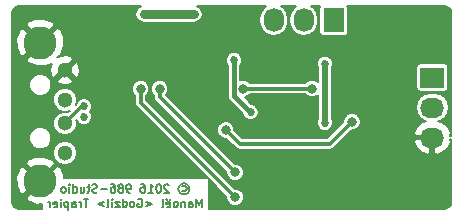
<source format=gbl>
G04 #@! TF.FileFunction,Copper,L2,Bot,Signal*
%FSLAX46Y46*%
G04 Gerber Fmt 4.6, Leading zero omitted, Abs format (unit mm)*
G04 Created by KiCad (PCBNEW (2016-07-14 BZR 6980)-product) date Sunday, 23 April 2017 'PMt' 23:35:07*
%MOMM*%
%LPD*%
G01*
G04 APERTURE LIST*
%ADD10C,0.150000*%
%ADD11C,0.175000*%
%ADD12R,1.727200X2.032000*%
%ADD13O,1.727200X2.032000*%
%ADD14R,2.032000X1.727200*%
%ADD15O,2.032000X1.727200*%
%ADD16C,1.300000*%
%ADD17C,2.800000*%
%ADD18C,0.685800*%
%ADD19C,0.800000*%
%ADD20C,0.400000*%
%ADD21C,0.800000*%
%ADD22C,0.300000*%
%ADD23C,0.500000*%
%ADD24C,0.180000*%
G04 APERTURE END LIST*
D10*
D11*
X162816666Y-95670833D02*
X162883333Y-95637500D01*
X163016666Y-95637500D01*
X163083333Y-95670833D01*
X163150000Y-95737500D01*
X163183333Y-95804166D01*
X163183333Y-95937500D01*
X163150000Y-96004166D01*
X163083333Y-96070833D01*
X163016666Y-96104166D01*
X162883333Y-96104166D01*
X162816666Y-96070833D01*
X162950000Y-95404166D02*
X163116666Y-95437500D01*
X163283333Y-95537500D01*
X163383333Y-95704166D01*
X163416666Y-95870833D01*
X163383333Y-96037500D01*
X163283333Y-96204166D01*
X163116666Y-96304166D01*
X162950000Y-96337500D01*
X162783333Y-96304166D01*
X162616666Y-96204166D01*
X162516666Y-96037500D01*
X162483333Y-95870833D01*
X162516666Y-95704166D01*
X162616666Y-95537500D01*
X162783333Y-95437500D01*
X162950000Y-95404166D01*
X161683333Y-95570833D02*
X161650000Y-95537500D01*
X161583333Y-95504166D01*
X161416666Y-95504166D01*
X161350000Y-95537500D01*
X161316666Y-95570833D01*
X161283333Y-95637500D01*
X161283333Y-95704166D01*
X161316666Y-95804166D01*
X161716666Y-96204166D01*
X161283333Y-96204166D01*
X160850000Y-95504166D02*
X160783333Y-95504166D01*
X160716666Y-95537500D01*
X160683333Y-95570833D01*
X160650000Y-95637500D01*
X160616666Y-95770833D01*
X160616666Y-95937500D01*
X160650000Y-96070833D01*
X160683333Y-96137500D01*
X160716666Y-96170833D01*
X160783333Y-96204166D01*
X160850000Y-96204166D01*
X160916666Y-96170833D01*
X160950000Y-96137500D01*
X160983333Y-96070833D01*
X161016666Y-95937500D01*
X161016666Y-95770833D01*
X160983333Y-95637500D01*
X160950000Y-95570833D01*
X160916666Y-95537500D01*
X160850000Y-95504166D01*
X159950000Y-96204166D02*
X160350000Y-96204166D01*
X160150000Y-96204166D02*
X160150000Y-95504166D01*
X160216666Y-95604166D01*
X160283333Y-95670833D01*
X160350000Y-95704166D01*
X159350000Y-95504166D02*
X159483333Y-95504166D01*
X159550000Y-95537500D01*
X159583333Y-95570833D01*
X159650000Y-95670833D01*
X159683333Y-95804166D01*
X159683333Y-96070833D01*
X159650000Y-96137500D01*
X159616666Y-96170833D01*
X159550000Y-96204166D01*
X159416666Y-96204166D01*
X159350000Y-96170833D01*
X159316666Y-96137500D01*
X159283333Y-96070833D01*
X159283333Y-95904166D01*
X159316666Y-95837500D01*
X159350000Y-95804166D01*
X159416666Y-95770833D01*
X159550000Y-95770833D01*
X159616666Y-95804166D01*
X159650000Y-95837500D01*
X159683333Y-95904166D01*
X158416666Y-96204166D02*
X158283333Y-96204166D01*
X158216666Y-96170833D01*
X158183333Y-96137500D01*
X158116666Y-96037500D01*
X158083333Y-95904166D01*
X158083333Y-95637500D01*
X158116666Y-95570833D01*
X158150000Y-95537500D01*
X158216666Y-95504166D01*
X158350000Y-95504166D01*
X158416666Y-95537500D01*
X158450000Y-95570833D01*
X158483333Y-95637500D01*
X158483333Y-95804166D01*
X158450000Y-95870833D01*
X158416666Y-95904166D01*
X158350000Y-95937500D01*
X158216666Y-95937500D01*
X158150000Y-95904166D01*
X158116666Y-95870833D01*
X158083333Y-95804166D01*
X157683333Y-95804166D02*
X157750000Y-95770833D01*
X157783333Y-95737500D01*
X157816666Y-95670833D01*
X157816666Y-95637500D01*
X157783333Y-95570833D01*
X157750000Y-95537500D01*
X157683333Y-95504166D01*
X157550000Y-95504166D01*
X157483333Y-95537500D01*
X157450000Y-95570833D01*
X157416666Y-95637500D01*
X157416666Y-95670833D01*
X157450000Y-95737500D01*
X157483333Y-95770833D01*
X157550000Y-95804166D01*
X157683333Y-95804166D01*
X157750000Y-95837500D01*
X157783333Y-95870833D01*
X157816666Y-95937500D01*
X157816666Y-96070833D01*
X157783333Y-96137500D01*
X157750000Y-96170833D01*
X157683333Y-96204166D01*
X157550000Y-96204166D01*
X157483333Y-96170833D01*
X157450000Y-96137500D01*
X157416666Y-96070833D01*
X157416666Y-95937500D01*
X157450000Y-95870833D01*
X157483333Y-95837500D01*
X157550000Y-95804166D01*
X156816666Y-95504166D02*
X156950000Y-95504166D01*
X157016666Y-95537500D01*
X157050000Y-95570833D01*
X157116666Y-95670833D01*
X157150000Y-95804166D01*
X157150000Y-96070833D01*
X157116666Y-96137500D01*
X157083333Y-96170833D01*
X157016666Y-96204166D01*
X156883333Y-96204166D01*
X156816666Y-96170833D01*
X156783333Y-96137500D01*
X156750000Y-96070833D01*
X156750000Y-95904166D01*
X156783333Y-95837500D01*
X156816666Y-95804166D01*
X156883333Y-95770833D01*
X157016666Y-95770833D01*
X157083333Y-95804166D01*
X157116666Y-95837500D01*
X157150000Y-95904166D01*
X156450000Y-95937500D02*
X155916666Y-95937500D01*
X155616666Y-96170833D02*
X155516666Y-96204166D01*
X155350000Y-96204166D01*
X155283333Y-96170833D01*
X155250000Y-96137500D01*
X155216666Y-96070833D01*
X155216666Y-96004166D01*
X155250000Y-95937500D01*
X155283333Y-95904166D01*
X155350000Y-95870833D01*
X155483333Y-95837500D01*
X155550000Y-95804166D01*
X155583333Y-95770833D01*
X155616666Y-95704166D01*
X155616666Y-95637500D01*
X155583333Y-95570833D01*
X155550000Y-95537500D01*
X155483333Y-95504166D01*
X155316666Y-95504166D01*
X155216666Y-95537500D01*
X155016666Y-95737500D02*
X154750000Y-95737500D01*
X154916666Y-95504166D02*
X154916666Y-96104166D01*
X154883333Y-96170833D01*
X154816666Y-96204166D01*
X154750000Y-96204166D01*
X154216666Y-95737500D02*
X154216666Y-96204166D01*
X154516666Y-95737500D02*
X154516666Y-96104166D01*
X154483333Y-96170833D01*
X154416666Y-96204166D01*
X154316666Y-96204166D01*
X154250000Y-96170833D01*
X154216666Y-96137500D01*
X153583333Y-96204166D02*
X153583333Y-95504166D01*
X153583333Y-96170833D02*
X153650000Y-96204166D01*
X153783333Y-96204166D01*
X153850000Y-96170833D01*
X153883333Y-96137500D01*
X153916666Y-96070833D01*
X153916666Y-95870833D01*
X153883333Y-95804166D01*
X153850000Y-95770833D01*
X153783333Y-95737500D01*
X153650000Y-95737500D01*
X153583333Y-95770833D01*
X153250000Y-96204166D02*
X153250000Y-95737500D01*
X153250000Y-95504166D02*
X153283333Y-95537500D01*
X153250000Y-95570833D01*
X153216666Y-95537500D01*
X153250000Y-95504166D01*
X153250000Y-95570833D01*
X152816666Y-96204166D02*
X152883333Y-96170833D01*
X152916666Y-96137500D01*
X152950000Y-96070833D01*
X152950000Y-95870833D01*
X152916666Y-95804166D01*
X152883333Y-95770833D01*
X152816666Y-95737500D01*
X152716666Y-95737500D01*
X152650000Y-95770833D01*
X152616666Y-95804166D01*
X152583333Y-95870833D01*
X152583333Y-96070833D01*
X152616666Y-96137500D01*
X152650000Y-96170833D01*
X152716666Y-96204166D01*
X152816666Y-96204166D01*
X164483333Y-97429166D02*
X164483333Y-96729166D01*
X164250000Y-97229166D01*
X164016666Y-96729166D01*
X164016666Y-97429166D01*
X163383333Y-97429166D02*
X163383333Y-97062500D01*
X163416666Y-96995833D01*
X163483333Y-96962500D01*
X163616666Y-96962500D01*
X163683333Y-96995833D01*
X163383333Y-97395833D02*
X163450000Y-97429166D01*
X163616666Y-97429166D01*
X163683333Y-97395833D01*
X163716666Y-97329166D01*
X163716666Y-97262500D01*
X163683333Y-97195833D01*
X163616666Y-97162500D01*
X163450000Y-97162500D01*
X163383333Y-97129166D01*
X163050000Y-96962500D02*
X163050000Y-97429166D01*
X163050000Y-97029166D02*
X163016666Y-96995833D01*
X162950000Y-96962500D01*
X162850000Y-96962500D01*
X162783333Y-96995833D01*
X162750000Y-97062500D01*
X162750000Y-97429166D01*
X162316666Y-97429166D02*
X162383333Y-97395833D01*
X162416666Y-97362500D01*
X162450000Y-97295833D01*
X162450000Y-97095833D01*
X162416666Y-97029166D01*
X162383333Y-96995833D01*
X162316666Y-96962500D01*
X162216666Y-96962500D01*
X162150000Y-96995833D01*
X162116666Y-97029166D01*
X162083333Y-97095833D01*
X162083333Y-97295833D01*
X162116666Y-97362500D01*
X162150000Y-97395833D01*
X162216666Y-97429166D01*
X162316666Y-97429166D01*
X161516666Y-97395833D02*
X161583333Y-97429166D01*
X161716666Y-97429166D01*
X161783333Y-97395833D01*
X161816666Y-97329166D01*
X161816666Y-97062500D01*
X161783333Y-96995833D01*
X161716666Y-96962500D01*
X161583333Y-96962500D01*
X161516666Y-96995833D01*
X161483333Y-97062500D01*
X161483333Y-97129166D01*
X161816666Y-97195833D01*
X161783333Y-96729166D02*
X161750000Y-96762500D01*
X161783333Y-96795833D01*
X161816666Y-96762500D01*
X161783333Y-96729166D01*
X161783333Y-96795833D01*
X161516666Y-96729166D02*
X161483333Y-96762500D01*
X161516666Y-96795833D01*
X161550000Y-96762500D01*
X161516666Y-96729166D01*
X161516666Y-96795833D01*
X161083333Y-97429166D02*
X161150000Y-97395833D01*
X161183333Y-97329166D01*
X161183333Y-96729166D01*
X159750000Y-96962500D02*
X160283333Y-97162500D01*
X159750000Y-97362500D01*
X159050000Y-96762500D02*
X159116666Y-96729166D01*
X159216666Y-96729166D01*
X159316666Y-96762500D01*
X159383333Y-96829166D01*
X159416666Y-96895833D01*
X159450000Y-97029166D01*
X159450000Y-97129166D01*
X159416666Y-97262500D01*
X159383333Y-97329166D01*
X159316666Y-97395833D01*
X159216666Y-97429166D01*
X159150000Y-97429166D01*
X159050000Y-97395833D01*
X159016666Y-97362500D01*
X159016666Y-97129166D01*
X159150000Y-97129166D01*
X158616666Y-97429166D02*
X158683333Y-97395833D01*
X158716666Y-97362500D01*
X158750000Y-97295833D01*
X158750000Y-97095833D01*
X158716666Y-97029166D01*
X158683333Y-96995833D01*
X158616666Y-96962500D01*
X158516666Y-96962500D01*
X158450000Y-96995833D01*
X158416666Y-97029166D01*
X158383333Y-97095833D01*
X158383333Y-97295833D01*
X158416666Y-97362500D01*
X158450000Y-97395833D01*
X158516666Y-97429166D01*
X158616666Y-97429166D01*
X157783333Y-97429166D02*
X157783333Y-96729166D01*
X157783333Y-97395833D02*
X157850000Y-97429166D01*
X157983333Y-97429166D01*
X158050000Y-97395833D01*
X158083333Y-97362500D01*
X158116666Y-97295833D01*
X158116666Y-97095833D01*
X158083333Y-97029166D01*
X158050000Y-96995833D01*
X157983333Y-96962500D01*
X157850000Y-96962500D01*
X157783333Y-96995833D01*
X157516666Y-96962500D02*
X157150000Y-96962500D01*
X157516666Y-97429166D01*
X157150000Y-97429166D01*
X156883333Y-97429166D02*
X156883333Y-96962500D01*
X156883333Y-96729166D02*
X156916666Y-96762500D01*
X156883333Y-96795833D01*
X156850000Y-96762500D01*
X156883333Y-96729166D01*
X156883333Y-96795833D01*
X156450000Y-97429166D02*
X156516666Y-97395833D01*
X156550000Y-97329166D01*
X156550000Y-96729166D01*
X156183333Y-96962500D02*
X155650000Y-97162500D01*
X156183333Y-97362500D01*
X154883333Y-96729166D02*
X154483333Y-96729166D01*
X154683333Y-97429166D02*
X154683333Y-96729166D01*
X154250000Y-97429166D02*
X154250000Y-96962500D01*
X154250000Y-97095833D02*
X154216666Y-97029166D01*
X154183333Y-96995833D01*
X154116666Y-96962500D01*
X154050000Y-96962500D01*
X153516666Y-97429166D02*
X153516666Y-97062500D01*
X153550000Y-96995833D01*
X153616666Y-96962500D01*
X153750000Y-96962500D01*
X153816666Y-96995833D01*
X153516666Y-97395833D02*
X153583333Y-97429166D01*
X153750000Y-97429166D01*
X153816666Y-97395833D01*
X153850000Y-97329166D01*
X153850000Y-97262500D01*
X153816666Y-97195833D01*
X153750000Y-97162500D01*
X153583333Y-97162500D01*
X153516666Y-97129166D01*
X153183333Y-96962500D02*
X153183333Y-97662500D01*
X153183333Y-96995833D02*
X153116666Y-96962500D01*
X152983333Y-96962500D01*
X152916666Y-96995833D01*
X152883333Y-97029166D01*
X152850000Y-97095833D01*
X152850000Y-97295833D01*
X152883333Y-97362500D01*
X152916666Y-97395833D01*
X152983333Y-97429166D01*
X153116666Y-97429166D01*
X153183333Y-97395833D01*
X152550000Y-97429166D02*
X152550000Y-96962500D01*
X152550000Y-96729166D02*
X152583333Y-96762500D01*
X152550000Y-96795833D01*
X152516666Y-96762500D01*
X152550000Y-96729166D01*
X152550000Y-96795833D01*
X151950000Y-97395833D02*
X152016666Y-97429166D01*
X152150000Y-97429166D01*
X152216666Y-97395833D01*
X152250000Y-97329166D01*
X152250000Y-97062500D01*
X152216666Y-96995833D01*
X152150000Y-96962500D01*
X152016666Y-96962500D01*
X151950000Y-96995833D01*
X151916666Y-97062500D01*
X151916666Y-97129166D01*
X152250000Y-97195833D01*
X151616666Y-97429166D02*
X151616666Y-96962500D01*
X151616666Y-97095833D02*
X151583333Y-97029166D01*
X151550000Y-96995833D01*
X151483333Y-96962500D01*
X151416666Y-96962500D01*
D12*
X175640000Y-81600000D03*
D13*
X173100000Y-81600000D03*
X170560000Y-81600000D03*
D14*
X184000000Y-86460000D03*
D15*
X184000000Y-89000000D03*
X184000000Y-91540000D03*
D16*
X152900000Y-88350000D03*
X152900000Y-90350000D03*
X152900000Y-92850000D03*
X152900000Y-85850000D03*
D17*
X150800000Y-83500000D03*
X150800000Y-95200000D03*
D18*
X173700000Y-89200000D03*
X162300004Y-87000000D03*
X159600000Y-82700000D03*
X161700000Y-94600000D03*
X176200000Y-96600000D03*
X179600000Y-91700000D03*
X158100000Y-83900000D03*
X168600000Y-89399998D03*
X167200000Y-85000000D03*
X159600000Y-81100000D03*
X163800000Y-81100000D03*
D19*
X159300000Y-87400000D03*
X167300000Y-96600000D03*
X167300000Y-94500000D03*
X160900000Y-87400000D03*
D18*
X174900000Y-90299999D03*
X174900000Y-85300000D03*
D19*
X166500002Y-90900000D03*
X177200000Y-90200000D03*
X168000000Y-87400000D03*
X173800000Y-87400000D03*
D18*
X154500000Y-89792900D03*
X154500000Y-88907100D03*
D20*
X167200000Y-87999998D02*
X168257101Y-89057099D01*
X167200000Y-85000000D02*
X167200000Y-87999998D01*
X168257101Y-89057099D02*
X168600000Y-89399998D01*
D21*
X163800000Y-81100000D02*
X159600000Y-81100000D01*
D22*
X159300000Y-87965685D02*
X159300000Y-87400000D01*
X159300000Y-88600000D02*
X159300000Y-87965685D01*
X167300000Y-96600000D02*
X159300000Y-88600000D01*
X167300000Y-94500000D02*
X160900000Y-88100000D01*
X160900000Y-88100000D02*
X160900000Y-87400000D01*
D23*
X174900000Y-85300000D02*
X174900000Y-90299999D01*
D22*
X177200000Y-90200000D02*
X175300000Y-92100000D01*
X175300000Y-92100000D02*
X167700002Y-92100000D01*
X167700002Y-92100000D02*
X166500002Y-90900000D01*
X173800000Y-87400000D02*
X168000000Y-87400000D01*
X154500000Y-88907100D02*
X154342900Y-88907100D01*
X154342900Y-88907100D02*
X152900000Y-90350000D01*
D24*
G36*
X159316814Y-80416329D02*
X159076741Y-80576741D01*
X158916329Y-80816814D01*
X158860000Y-81100000D01*
X158916329Y-81383186D01*
X159076741Y-81623259D01*
X159316814Y-81783671D01*
X159600000Y-81840000D01*
X163800000Y-81840000D01*
X164083186Y-81783671D01*
X164323259Y-81623259D01*
X164483671Y-81383186D01*
X164540000Y-81100000D01*
X164483671Y-80816814D01*
X164323259Y-80576741D01*
X164083186Y-80416329D01*
X164076505Y-80415000D01*
X169940841Y-80415000D01*
X169708926Y-80569960D01*
X169448019Y-80960436D01*
X169356400Y-81421034D01*
X169356400Y-81778966D01*
X169448019Y-82239564D01*
X169708926Y-82630040D01*
X170099402Y-82890947D01*
X170560000Y-82982566D01*
X171020598Y-82890947D01*
X171411074Y-82630040D01*
X171671981Y-82239564D01*
X171763600Y-81778966D01*
X171763600Y-81421034D01*
X171671981Y-80960436D01*
X171411074Y-80569960D01*
X171179159Y-80415000D01*
X172480841Y-80415000D01*
X172248926Y-80569960D01*
X171988019Y-80960436D01*
X171896400Y-81421034D01*
X171896400Y-81778966D01*
X171988019Y-82239564D01*
X172248926Y-82630040D01*
X172639402Y-82890947D01*
X173100000Y-82982566D01*
X173560598Y-82890947D01*
X173951074Y-82630040D01*
X174211981Y-82239564D01*
X174303600Y-81778966D01*
X174303600Y-81421034D01*
X174211981Y-80960436D01*
X173951074Y-80569960D01*
X173719159Y-80415000D01*
X174480409Y-80415000D01*
X174456128Y-80451339D01*
X174429740Y-80584000D01*
X174429740Y-82616000D01*
X174456128Y-82748661D01*
X174531274Y-82861126D01*
X174643739Y-82936272D01*
X174776400Y-82962660D01*
X176503600Y-82962660D01*
X176636261Y-82936272D01*
X176748726Y-82861126D01*
X176823872Y-82748661D01*
X176850260Y-82616000D01*
X176850260Y-80584000D01*
X176823872Y-80451339D01*
X176799591Y-80415000D01*
X184959126Y-80415000D01*
X185220758Y-80467041D01*
X185407909Y-80592092D01*
X185532958Y-80779241D01*
X185585000Y-81040874D01*
X185585000Y-91375998D01*
X185454211Y-91375998D01*
X185561234Y-91150818D01*
X185341152Y-90690659D01*
X184925635Y-90300396D01*
X184500385Y-90139666D01*
X184639564Y-90111981D01*
X185030040Y-89851074D01*
X185290947Y-89460598D01*
X185382566Y-89000000D01*
X185290947Y-88539402D01*
X185030040Y-88148926D01*
X184639564Y-87888019D01*
X184178966Y-87796400D01*
X183821034Y-87796400D01*
X183360436Y-87888019D01*
X182969960Y-88148926D01*
X182709053Y-88539402D01*
X182617434Y-89000000D01*
X182709053Y-89460598D01*
X182969960Y-89851074D01*
X183360436Y-90111981D01*
X183499615Y-90139666D01*
X183074365Y-90300396D01*
X182658848Y-90690659D01*
X182438766Y-91150818D01*
X182545790Y-91376000D01*
X183836000Y-91376000D01*
X183836000Y-91356000D01*
X184164000Y-91356000D01*
X184164000Y-91376000D01*
X184184000Y-91376000D01*
X184184000Y-91704000D01*
X184164000Y-91704000D01*
X184164000Y-92851450D01*
X184392400Y-92981149D01*
X184925635Y-92779604D01*
X185341152Y-92389341D01*
X185561234Y-91929182D01*
X185454211Y-91704002D01*
X185585000Y-91704002D01*
X185585000Y-96959126D01*
X185532958Y-97220759D01*
X185407909Y-97407908D01*
X185220758Y-97532959D01*
X184959126Y-97585000D01*
X165077500Y-97585000D01*
X165077500Y-95070465D01*
X166560041Y-96553006D01*
X166559872Y-96746549D01*
X166672293Y-97018628D01*
X166880277Y-97226975D01*
X167152159Y-97339871D01*
X167446549Y-97340128D01*
X167718628Y-97227707D01*
X167926975Y-97019723D01*
X168039871Y-96747841D01*
X168040128Y-96453451D01*
X167927707Y-96181372D01*
X167719723Y-95973025D01*
X167447841Y-95860129D01*
X167252924Y-95859959D01*
X159790000Y-88397036D01*
X159790000Y-87956459D01*
X159926975Y-87819723D01*
X160039871Y-87547841D01*
X160039872Y-87546549D01*
X160159872Y-87546549D01*
X160272293Y-87818628D01*
X160410000Y-87956575D01*
X160410000Y-88100000D01*
X160447299Y-88287515D01*
X160553518Y-88446482D01*
X166560041Y-94453005D01*
X166559872Y-94646549D01*
X166672293Y-94918628D01*
X166880277Y-95126975D01*
X167152159Y-95239871D01*
X167446549Y-95240128D01*
X167718628Y-95127707D01*
X167926975Y-94919723D01*
X168039871Y-94647841D01*
X168040128Y-94353451D01*
X167927707Y-94081372D01*
X167719723Y-93873025D01*
X167447841Y-93760129D01*
X167252923Y-93759959D01*
X164539513Y-91046549D01*
X165759874Y-91046549D01*
X165872295Y-91318628D01*
X166080279Y-91526975D01*
X166352161Y-91639871D01*
X166547079Y-91640041D01*
X167353519Y-92446482D01*
X167493235Y-92539837D01*
X167512487Y-92552701D01*
X167700002Y-92590000D01*
X175300000Y-92590000D01*
X175487515Y-92552701D01*
X175646482Y-92446482D01*
X176163782Y-91929182D01*
X182438766Y-91929182D01*
X182658848Y-92389341D01*
X183074365Y-92779604D01*
X183607600Y-92981149D01*
X183836000Y-92851450D01*
X183836000Y-91704000D01*
X182545790Y-91704000D01*
X182438766Y-91929182D01*
X176163782Y-91929182D01*
X177153005Y-90939959D01*
X177346549Y-90940128D01*
X177618628Y-90827707D01*
X177826975Y-90619723D01*
X177939871Y-90347841D01*
X177940128Y-90053451D01*
X177827707Y-89781372D01*
X177619723Y-89573025D01*
X177347841Y-89460129D01*
X177053451Y-89459872D01*
X176781372Y-89572293D01*
X176573025Y-89780277D01*
X176460129Y-90052159D01*
X176459959Y-90247077D01*
X175097036Y-91610000D01*
X167902967Y-91610000D01*
X167239961Y-90946995D01*
X167240130Y-90753451D01*
X167127709Y-90481372D01*
X166919725Y-90273025D01*
X166647843Y-90160129D01*
X166353453Y-90159872D01*
X166081374Y-90272293D01*
X165873027Y-90480277D01*
X165760131Y-90752159D01*
X165759874Y-91046549D01*
X164539513Y-91046549D01*
X161419738Y-87926774D01*
X161526975Y-87819723D01*
X161639871Y-87547841D01*
X161640128Y-87253451D01*
X161527707Y-86981372D01*
X161319723Y-86773025D01*
X161047841Y-86660129D01*
X160753451Y-86659872D01*
X160481372Y-86772293D01*
X160273025Y-86980277D01*
X160160129Y-87252159D01*
X160159872Y-87546549D01*
X160039872Y-87546549D01*
X160040128Y-87253451D01*
X159927707Y-86981372D01*
X159719723Y-86773025D01*
X159447841Y-86660129D01*
X159153451Y-86659872D01*
X158881372Y-86772293D01*
X158673025Y-86980277D01*
X158560129Y-87252159D01*
X158559872Y-87546549D01*
X158672293Y-87818628D01*
X158810000Y-87956575D01*
X158810000Y-88600000D01*
X158847299Y-88787515D01*
X158953518Y-88946482D01*
X165006785Y-94999750D01*
X152791428Y-94999750D01*
X152779877Y-94720374D01*
X152539131Y-94139162D01*
X152245683Y-93986248D01*
X151232181Y-94999750D01*
X150922500Y-94999750D01*
X150922500Y-95337716D01*
X150814143Y-95446074D01*
X150800000Y-95431931D01*
X149586248Y-96645683D01*
X149739162Y-96939131D01*
X150485451Y-97212713D01*
X150922500Y-97194643D01*
X150922500Y-97585000D01*
X149040874Y-97585000D01*
X148779241Y-97532958D01*
X148592092Y-97407909D01*
X148467041Y-97220758D01*
X148415000Y-96959126D01*
X148415000Y-94885451D01*
X148787287Y-94885451D01*
X148820123Y-95679626D01*
X149060869Y-96260838D01*
X149354317Y-96413752D01*
X150568069Y-95200000D01*
X149354317Y-93986248D01*
X149060869Y-94139162D01*
X148787287Y-94885451D01*
X148415000Y-94885451D01*
X148415000Y-93754317D01*
X149586248Y-93754317D01*
X150800000Y-94968069D01*
X152013752Y-93754317D01*
X151860838Y-93460869D01*
X151114549Y-93187287D01*
X150320374Y-93220123D01*
X149739162Y-93460869D01*
X149586248Y-93754317D01*
X148415000Y-93754317D01*
X148415000Y-93046059D01*
X151909829Y-93046059D01*
X152060230Y-93410057D01*
X152338478Y-93688792D01*
X152702213Y-93839828D01*
X153096059Y-93840171D01*
X153460057Y-93689770D01*
X153738792Y-93411522D01*
X153889828Y-93047787D01*
X153890171Y-92653941D01*
X153739770Y-92289943D01*
X153461522Y-92011208D01*
X153097787Y-91860172D01*
X152703941Y-91859829D01*
X152339943Y-92010230D01*
X152061208Y-92288478D01*
X151910172Y-92652213D01*
X151909829Y-93046059D01*
X148415000Y-93046059D01*
X148415000Y-91786157D01*
X149859837Y-91786157D01*
X150002642Y-92131772D01*
X150266837Y-92396429D01*
X150612202Y-92539837D01*
X150986157Y-92540163D01*
X151331772Y-92397358D01*
X151596429Y-92133163D01*
X151739837Y-91787798D01*
X151740163Y-91413843D01*
X151597358Y-91068228D01*
X151333163Y-90803571D01*
X150987798Y-90660163D01*
X150613843Y-90659837D01*
X150268228Y-90802642D01*
X150003571Y-91066837D01*
X149860163Y-91412202D01*
X149859837Y-91786157D01*
X148415000Y-91786157D01*
X148415000Y-88546059D01*
X151909829Y-88546059D01*
X152060230Y-88910057D01*
X152338478Y-89188792D01*
X152702213Y-89339828D01*
X153096059Y-89340171D01*
X153301928Y-89255108D01*
X153167794Y-89389241D01*
X153097787Y-89360172D01*
X152703941Y-89359829D01*
X152339943Y-89510230D01*
X152061208Y-89788478D01*
X151910172Y-90152213D01*
X151909829Y-90546059D01*
X152060230Y-90910057D01*
X152338478Y-91188792D01*
X152702213Y-91339828D01*
X153096059Y-91340171D01*
X153460057Y-91189770D01*
X153738792Y-90911522D01*
X153889828Y-90547787D01*
X153890171Y-90153941D01*
X153860597Y-90082367D01*
X153874827Y-90068137D01*
X153920728Y-90179227D01*
X154112663Y-90371497D01*
X154363567Y-90475681D01*
X154635241Y-90475918D01*
X154886327Y-90372172D01*
X155078597Y-90180237D01*
X155182781Y-89929333D01*
X155183018Y-89657659D01*
X155079272Y-89406573D01*
X155022867Y-89350070D01*
X155078597Y-89294437D01*
X155182781Y-89043533D01*
X155183018Y-88771859D01*
X155079272Y-88520773D01*
X154887337Y-88328503D01*
X154636433Y-88224319D01*
X154364759Y-88224082D01*
X154113673Y-88327828D01*
X153921403Y-88519763D01*
X153839126Y-88717909D01*
X153805029Y-88752006D01*
X153889828Y-88547787D01*
X153890171Y-88153941D01*
X153739770Y-87789943D01*
X153461522Y-87511208D01*
X153097787Y-87360172D01*
X152703941Y-87359829D01*
X152339943Y-87510230D01*
X152061208Y-87788478D01*
X151910172Y-88152213D01*
X151909829Y-88546059D01*
X148415000Y-88546059D01*
X148415000Y-87286157D01*
X149859837Y-87286157D01*
X150002642Y-87631772D01*
X150266837Y-87896429D01*
X150612202Y-88039837D01*
X150986157Y-88040163D01*
X151331772Y-87897358D01*
X151596429Y-87633163D01*
X151739837Y-87287798D01*
X151740163Y-86913843D01*
X151673084Y-86751498D01*
X152230434Y-86751498D01*
X152290990Y-86967244D01*
X152764899Y-87115257D01*
X153259376Y-87070646D01*
X153509010Y-86967244D01*
X153569566Y-86751498D01*
X152900000Y-86081931D01*
X152230434Y-86751498D01*
X151673084Y-86751498D01*
X151597358Y-86568228D01*
X151333163Y-86303571D01*
X150987798Y-86160163D01*
X150613843Y-86159837D01*
X150268228Y-86302642D01*
X150003571Y-86566837D01*
X149860163Y-86912202D01*
X149859837Y-87286157D01*
X148415000Y-87286157D01*
X148415000Y-84945683D01*
X149586248Y-84945683D01*
X149739162Y-85239131D01*
X150485451Y-85512713D01*
X151279626Y-85479877D01*
X151771821Y-85276003D01*
X151634743Y-85714899D01*
X151679354Y-86209376D01*
X151782756Y-86459010D01*
X151998502Y-86519566D01*
X152668069Y-85850000D01*
X153131931Y-85850000D01*
X153801498Y-86519566D01*
X154017244Y-86459010D01*
X154165257Y-85985101D01*
X154120646Y-85490624D01*
X154017244Y-85240990D01*
X153801498Y-85180434D01*
X153131931Y-85850000D01*
X152668069Y-85850000D01*
X152653926Y-85835858D01*
X152885858Y-85603926D01*
X152900000Y-85618069D01*
X153382827Y-85135241D01*
X166516982Y-85135241D01*
X166620728Y-85386327D01*
X166660000Y-85425668D01*
X166660000Y-87999998D01*
X166701105Y-88206647D01*
X166818162Y-88381836D01*
X167875261Y-89438934D01*
X167875263Y-89438937D01*
X167917030Y-89480703D01*
X167916982Y-89535239D01*
X168020728Y-89786325D01*
X168212663Y-89978595D01*
X168463567Y-90082779D01*
X168735241Y-90083016D01*
X168986327Y-89979270D01*
X169178597Y-89787335D01*
X169282781Y-89536431D01*
X169283018Y-89264757D01*
X169179272Y-89013671D01*
X168987337Y-88821401D01*
X168736433Y-88717217D01*
X168680846Y-88717169D01*
X168638939Y-88675261D01*
X168638936Y-88675259D01*
X168103768Y-88140091D01*
X168146549Y-88140128D01*
X168418628Y-88027707D01*
X168556575Y-87890000D01*
X173243541Y-87890000D01*
X173380277Y-88026975D01*
X173652159Y-88139871D01*
X173946549Y-88140128D01*
X174218628Y-88027707D01*
X174310000Y-87936494D01*
X174310000Y-89940124D01*
X174217219Y-90163566D01*
X174216982Y-90435240D01*
X174320728Y-90686326D01*
X174512663Y-90878596D01*
X174763567Y-90982780D01*
X175035241Y-90983017D01*
X175286327Y-90879271D01*
X175478597Y-90687336D01*
X175582781Y-90436432D01*
X175583018Y-90164758D01*
X175490000Y-89939636D01*
X175490000Y-85659875D01*
X175516357Y-85596400D01*
X182637340Y-85596400D01*
X182637340Y-87323600D01*
X182663728Y-87456261D01*
X182738874Y-87568726D01*
X182851339Y-87643872D01*
X182984000Y-87670260D01*
X185016000Y-87670260D01*
X185148661Y-87643872D01*
X185261126Y-87568726D01*
X185336272Y-87456261D01*
X185362660Y-87323600D01*
X185362660Y-85596400D01*
X185336272Y-85463739D01*
X185261126Y-85351274D01*
X185148661Y-85276128D01*
X185016000Y-85249740D01*
X182984000Y-85249740D01*
X182851339Y-85276128D01*
X182738874Y-85351274D01*
X182663728Y-85463739D01*
X182637340Y-85596400D01*
X175516357Y-85596400D01*
X175582781Y-85436433D01*
X175583018Y-85164759D01*
X175479272Y-84913673D01*
X175287337Y-84721403D01*
X175036433Y-84617219D01*
X174764759Y-84616982D01*
X174513673Y-84720728D01*
X174321403Y-84912663D01*
X174217219Y-85163567D01*
X174216982Y-85435241D01*
X174310000Y-85660363D01*
X174310000Y-86863460D01*
X174219723Y-86773025D01*
X173947841Y-86660129D01*
X173653451Y-86659872D01*
X173381372Y-86772293D01*
X173243425Y-86910000D01*
X168556459Y-86910000D01*
X168419723Y-86773025D01*
X168147841Y-86660129D01*
X167853451Y-86659872D01*
X167740000Y-86706749D01*
X167740000Y-85425867D01*
X167778597Y-85387337D01*
X167882781Y-85136433D01*
X167883018Y-84864759D01*
X167779272Y-84613673D01*
X167587337Y-84421403D01*
X167336433Y-84317219D01*
X167064759Y-84316982D01*
X166813673Y-84420728D01*
X166621403Y-84612663D01*
X166517219Y-84863567D01*
X166516982Y-85135241D01*
X153382827Y-85135241D01*
X153569566Y-84948502D01*
X153509010Y-84732756D01*
X153035101Y-84584743D01*
X152540624Y-84629354D01*
X152290990Y-84732756D01*
X152285226Y-84753292D01*
X152245685Y-84713751D01*
X152539131Y-84560838D01*
X152812713Y-83814549D01*
X152779877Y-83020374D01*
X152539131Y-82439162D01*
X152245683Y-82286248D01*
X151031931Y-83500000D01*
X151046074Y-83514143D01*
X150814143Y-83746074D01*
X150800000Y-83731931D01*
X149586248Y-84945683D01*
X148415000Y-84945683D01*
X148415000Y-83185451D01*
X148787287Y-83185451D01*
X148820123Y-83979626D01*
X149060869Y-84560838D01*
X149354317Y-84713752D01*
X150568069Y-83500000D01*
X149354317Y-82286248D01*
X149060869Y-82439162D01*
X148787287Y-83185451D01*
X148415000Y-83185451D01*
X148415000Y-82054317D01*
X149586248Y-82054317D01*
X150800000Y-83268069D01*
X152013752Y-82054317D01*
X151860838Y-81760869D01*
X151114549Y-81487287D01*
X150320374Y-81520123D01*
X149739162Y-81760869D01*
X149586248Y-82054317D01*
X148415000Y-82054317D01*
X148415000Y-81040874D01*
X148467041Y-80779242D01*
X148592092Y-80592091D01*
X148779241Y-80467042D01*
X149040874Y-80415000D01*
X159323495Y-80415000D01*
X159316814Y-80416329D01*
X159316814Y-80416329D01*
G37*
X159316814Y-80416329D02*
X159076741Y-80576741D01*
X158916329Y-80816814D01*
X158860000Y-81100000D01*
X158916329Y-81383186D01*
X159076741Y-81623259D01*
X159316814Y-81783671D01*
X159600000Y-81840000D01*
X163800000Y-81840000D01*
X164083186Y-81783671D01*
X164323259Y-81623259D01*
X164483671Y-81383186D01*
X164540000Y-81100000D01*
X164483671Y-80816814D01*
X164323259Y-80576741D01*
X164083186Y-80416329D01*
X164076505Y-80415000D01*
X169940841Y-80415000D01*
X169708926Y-80569960D01*
X169448019Y-80960436D01*
X169356400Y-81421034D01*
X169356400Y-81778966D01*
X169448019Y-82239564D01*
X169708926Y-82630040D01*
X170099402Y-82890947D01*
X170560000Y-82982566D01*
X171020598Y-82890947D01*
X171411074Y-82630040D01*
X171671981Y-82239564D01*
X171763600Y-81778966D01*
X171763600Y-81421034D01*
X171671981Y-80960436D01*
X171411074Y-80569960D01*
X171179159Y-80415000D01*
X172480841Y-80415000D01*
X172248926Y-80569960D01*
X171988019Y-80960436D01*
X171896400Y-81421034D01*
X171896400Y-81778966D01*
X171988019Y-82239564D01*
X172248926Y-82630040D01*
X172639402Y-82890947D01*
X173100000Y-82982566D01*
X173560598Y-82890947D01*
X173951074Y-82630040D01*
X174211981Y-82239564D01*
X174303600Y-81778966D01*
X174303600Y-81421034D01*
X174211981Y-80960436D01*
X173951074Y-80569960D01*
X173719159Y-80415000D01*
X174480409Y-80415000D01*
X174456128Y-80451339D01*
X174429740Y-80584000D01*
X174429740Y-82616000D01*
X174456128Y-82748661D01*
X174531274Y-82861126D01*
X174643739Y-82936272D01*
X174776400Y-82962660D01*
X176503600Y-82962660D01*
X176636261Y-82936272D01*
X176748726Y-82861126D01*
X176823872Y-82748661D01*
X176850260Y-82616000D01*
X176850260Y-80584000D01*
X176823872Y-80451339D01*
X176799591Y-80415000D01*
X184959126Y-80415000D01*
X185220758Y-80467041D01*
X185407909Y-80592092D01*
X185532958Y-80779241D01*
X185585000Y-81040874D01*
X185585000Y-91375998D01*
X185454211Y-91375998D01*
X185561234Y-91150818D01*
X185341152Y-90690659D01*
X184925635Y-90300396D01*
X184500385Y-90139666D01*
X184639564Y-90111981D01*
X185030040Y-89851074D01*
X185290947Y-89460598D01*
X185382566Y-89000000D01*
X185290947Y-88539402D01*
X185030040Y-88148926D01*
X184639564Y-87888019D01*
X184178966Y-87796400D01*
X183821034Y-87796400D01*
X183360436Y-87888019D01*
X182969960Y-88148926D01*
X182709053Y-88539402D01*
X182617434Y-89000000D01*
X182709053Y-89460598D01*
X182969960Y-89851074D01*
X183360436Y-90111981D01*
X183499615Y-90139666D01*
X183074365Y-90300396D01*
X182658848Y-90690659D01*
X182438766Y-91150818D01*
X182545790Y-91376000D01*
X183836000Y-91376000D01*
X183836000Y-91356000D01*
X184164000Y-91356000D01*
X184164000Y-91376000D01*
X184184000Y-91376000D01*
X184184000Y-91704000D01*
X184164000Y-91704000D01*
X184164000Y-92851450D01*
X184392400Y-92981149D01*
X184925635Y-92779604D01*
X185341152Y-92389341D01*
X185561234Y-91929182D01*
X185454211Y-91704002D01*
X185585000Y-91704002D01*
X185585000Y-96959126D01*
X185532958Y-97220759D01*
X185407909Y-97407908D01*
X185220758Y-97532959D01*
X184959126Y-97585000D01*
X165077500Y-97585000D01*
X165077500Y-95070465D01*
X166560041Y-96553006D01*
X166559872Y-96746549D01*
X166672293Y-97018628D01*
X166880277Y-97226975D01*
X167152159Y-97339871D01*
X167446549Y-97340128D01*
X167718628Y-97227707D01*
X167926975Y-97019723D01*
X168039871Y-96747841D01*
X168040128Y-96453451D01*
X167927707Y-96181372D01*
X167719723Y-95973025D01*
X167447841Y-95860129D01*
X167252924Y-95859959D01*
X159790000Y-88397036D01*
X159790000Y-87956459D01*
X159926975Y-87819723D01*
X160039871Y-87547841D01*
X160039872Y-87546549D01*
X160159872Y-87546549D01*
X160272293Y-87818628D01*
X160410000Y-87956575D01*
X160410000Y-88100000D01*
X160447299Y-88287515D01*
X160553518Y-88446482D01*
X166560041Y-94453005D01*
X166559872Y-94646549D01*
X166672293Y-94918628D01*
X166880277Y-95126975D01*
X167152159Y-95239871D01*
X167446549Y-95240128D01*
X167718628Y-95127707D01*
X167926975Y-94919723D01*
X168039871Y-94647841D01*
X168040128Y-94353451D01*
X167927707Y-94081372D01*
X167719723Y-93873025D01*
X167447841Y-93760129D01*
X167252923Y-93759959D01*
X164539513Y-91046549D01*
X165759874Y-91046549D01*
X165872295Y-91318628D01*
X166080279Y-91526975D01*
X166352161Y-91639871D01*
X166547079Y-91640041D01*
X167353519Y-92446482D01*
X167493235Y-92539837D01*
X167512487Y-92552701D01*
X167700002Y-92590000D01*
X175300000Y-92590000D01*
X175487515Y-92552701D01*
X175646482Y-92446482D01*
X176163782Y-91929182D01*
X182438766Y-91929182D01*
X182658848Y-92389341D01*
X183074365Y-92779604D01*
X183607600Y-92981149D01*
X183836000Y-92851450D01*
X183836000Y-91704000D01*
X182545790Y-91704000D01*
X182438766Y-91929182D01*
X176163782Y-91929182D01*
X177153005Y-90939959D01*
X177346549Y-90940128D01*
X177618628Y-90827707D01*
X177826975Y-90619723D01*
X177939871Y-90347841D01*
X177940128Y-90053451D01*
X177827707Y-89781372D01*
X177619723Y-89573025D01*
X177347841Y-89460129D01*
X177053451Y-89459872D01*
X176781372Y-89572293D01*
X176573025Y-89780277D01*
X176460129Y-90052159D01*
X176459959Y-90247077D01*
X175097036Y-91610000D01*
X167902967Y-91610000D01*
X167239961Y-90946995D01*
X167240130Y-90753451D01*
X167127709Y-90481372D01*
X166919725Y-90273025D01*
X166647843Y-90160129D01*
X166353453Y-90159872D01*
X166081374Y-90272293D01*
X165873027Y-90480277D01*
X165760131Y-90752159D01*
X165759874Y-91046549D01*
X164539513Y-91046549D01*
X161419738Y-87926774D01*
X161526975Y-87819723D01*
X161639871Y-87547841D01*
X161640128Y-87253451D01*
X161527707Y-86981372D01*
X161319723Y-86773025D01*
X161047841Y-86660129D01*
X160753451Y-86659872D01*
X160481372Y-86772293D01*
X160273025Y-86980277D01*
X160160129Y-87252159D01*
X160159872Y-87546549D01*
X160039872Y-87546549D01*
X160040128Y-87253451D01*
X159927707Y-86981372D01*
X159719723Y-86773025D01*
X159447841Y-86660129D01*
X159153451Y-86659872D01*
X158881372Y-86772293D01*
X158673025Y-86980277D01*
X158560129Y-87252159D01*
X158559872Y-87546549D01*
X158672293Y-87818628D01*
X158810000Y-87956575D01*
X158810000Y-88600000D01*
X158847299Y-88787515D01*
X158953518Y-88946482D01*
X165006785Y-94999750D01*
X152791428Y-94999750D01*
X152779877Y-94720374D01*
X152539131Y-94139162D01*
X152245683Y-93986248D01*
X151232181Y-94999750D01*
X150922500Y-94999750D01*
X150922500Y-95337716D01*
X150814143Y-95446074D01*
X150800000Y-95431931D01*
X149586248Y-96645683D01*
X149739162Y-96939131D01*
X150485451Y-97212713D01*
X150922500Y-97194643D01*
X150922500Y-97585000D01*
X149040874Y-97585000D01*
X148779241Y-97532958D01*
X148592092Y-97407909D01*
X148467041Y-97220758D01*
X148415000Y-96959126D01*
X148415000Y-94885451D01*
X148787287Y-94885451D01*
X148820123Y-95679626D01*
X149060869Y-96260838D01*
X149354317Y-96413752D01*
X150568069Y-95200000D01*
X149354317Y-93986248D01*
X149060869Y-94139162D01*
X148787287Y-94885451D01*
X148415000Y-94885451D01*
X148415000Y-93754317D01*
X149586248Y-93754317D01*
X150800000Y-94968069D01*
X152013752Y-93754317D01*
X151860838Y-93460869D01*
X151114549Y-93187287D01*
X150320374Y-93220123D01*
X149739162Y-93460869D01*
X149586248Y-93754317D01*
X148415000Y-93754317D01*
X148415000Y-93046059D01*
X151909829Y-93046059D01*
X152060230Y-93410057D01*
X152338478Y-93688792D01*
X152702213Y-93839828D01*
X153096059Y-93840171D01*
X153460057Y-93689770D01*
X153738792Y-93411522D01*
X153889828Y-93047787D01*
X153890171Y-92653941D01*
X153739770Y-92289943D01*
X153461522Y-92011208D01*
X153097787Y-91860172D01*
X152703941Y-91859829D01*
X152339943Y-92010230D01*
X152061208Y-92288478D01*
X151910172Y-92652213D01*
X151909829Y-93046059D01*
X148415000Y-93046059D01*
X148415000Y-91786157D01*
X149859837Y-91786157D01*
X150002642Y-92131772D01*
X150266837Y-92396429D01*
X150612202Y-92539837D01*
X150986157Y-92540163D01*
X151331772Y-92397358D01*
X151596429Y-92133163D01*
X151739837Y-91787798D01*
X151740163Y-91413843D01*
X151597358Y-91068228D01*
X151333163Y-90803571D01*
X150987798Y-90660163D01*
X150613843Y-90659837D01*
X150268228Y-90802642D01*
X150003571Y-91066837D01*
X149860163Y-91412202D01*
X149859837Y-91786157D01*
X148415000Y-91786157D01*
X148415000Y-88546059D01*
X151909829Y-88546059D01*
X152060230Y-88910057D01*
X152338478Y-89188792D01*
X152702213Y-89339828D01*
X153096059Y-89340171D01*
X153301928Y-89255108D01*
X153167794Y-89389241D01*
X153097787Y-89360172D01*
X152703941Y-89359829D01*
X152339943Y-89510230D01*
X152061208Y-89788478D01*
X151910172Y-90152213D01*
X151909829Y-90546059D01*
X152060230Y-90910057D01*
X152338478Y-91188792D01*
X152702213Y-91339828D01*
X153096059Y-91340171D01*
X153460057Y-91189770D01*
X153738792Y-90911522D01*
X153889828Y-90547787D01*
X153890171Y-90153941D01*
X153860597Y-90082367D01*
X153874827Y-90068137D01*
X153920728Y-90179227D01*
X154112663Y-90371497D01*
X154363567Y-90475681D01*
X154635241Y-90475918D01*
X154886327Y-90372172D01*
X155078597Y-90180237D01*
X155182781Y-89929333D01*
X155183018Y-89657659D01*
X155079272Y-89406573D01*
X155022867Y-89350070D01*
X155078597Y-89294437D01*
X155182781Y-89043533D01*
X155183018Y-88771859D01*
X155079272Y-88520773D01*
X154887337Y-88328503D01*
X154636433Y-88224319D01*
X154364759Y-88224082D01*
X154113673Y-88327828D01*
X153921403Y-88519763D01*
X153839126Y-88717909D01*
X153805029Y-88752006D01*
X153889828Y-88547787D01*
X153890171Y-88153941D01*
X153739770Y-87789943D01*
X153461522Y-87511208D01*
X153097787Y-87360172D01*
X152703941Y-87359829D01*
X152339943Y-87510230D01*
X152061208Y-87788478D01*
X151910172Y-88152213D01*
X151909829Y-88546059D01*
X148415000Y-88546059D01*
X148415000Y-87286157D01*
X149859837Y-87286157D01*
X150002642Y-87631772D01*
X150266837Y-87896429D01*
X150612202Y-88039837D01*
X150986157Y-88040163D01*
X151331772Y-87897358D01*
X151596429Y-87633163D01*
X151739837Y-87287798D01*
X151740163Y-86913843D01*
X151673084Y-86751498D01*
X152230434Y-86751498D01*
X152290990Y-86967244D01*
X152764899Y-87115257D01*
X153259376Y-87070646D01*
X153509010Y-86967244D01*
X153569566Y-86751498D01*
X152900000Y-86081931D01*
X152230434Y-86751498D01*
X151673084Y-86751498D01*
X151597358Y-86568228D01*
X151333163Y-86303571D01*
X150987798Y-86160163D01*
X150613843Y-86159837D01*
X150268228Y-86302642D01*
X150003571Y-86566837D01*
X149860163Y-86912202D01*
X149859837Y-87286157D01*
X148415000Y-87286157D01*
X148415000Y-84945683D01*
X149586248Y-84945683D01*
X149739162Y-85239131D01*
X150485451Y-85512713D01*
X151279626Y-85479877D01*
X151771821Y-85276003D01*
X151634743Y-85714899D01*
X151679354Y-86209376D01*
X151782756Y-86459010D01*
X151998502Y-86519566D01*
X152668069Y-85850000D01*
X153131931Y-85850000D01*
X153801498Y-86519566D01*
X154017244Y-86459010D01*
X154165257Y-85985101D01*
X154120646Y-85490624D01*
X154017244Y-85240990D01*
X153801498Y-85180434D01*
X153131931Y-85850000D01*
X152668069Y-85850000D01*
X152653926Y-85835858D01*
X152885858Y-85603926D01*
X152900000Y-85618069D01*
X153382827Y-85135241D01*
X166516982Y-85135241D01*
X166620728Y-85386327D01*
X166660000Y-85425668D01*
X166660000Y-87999998D01*
X166701105Y-88206647D01*
X166818162Y-88381836D01*
X167875261Y-89438934D01*
X167875263Y-89438937D01*
X167917030Y-89480703D01*
X167916982Y-89535239D01*
X168020728Y-89786325D01*
X168212663Y-89978595D01*
X168463567Y-90082779D01*
X168735241Y-90083016D01*
X168986327Y-89979270D01*
X169178597Y-89787335D01*
X169282781Y-89536431D01*
X169283018Y-89264757D01*
X169179272Y-89013671D01*
X168987337Y-88821401D01*
X168736433Y-88717217D01*
X168680846Y-88717169D01*
X168638939Y-88675261D01*
X168638936Y-88675259D01*
X168103768Y-88140091D01*
X168146549Y-88140128D01*
X168418628Y-88027707D01*
X168556575Y-87890000D01*
X173243541Y-87890000D01*
X173380277Y-88026975D01*
X173652159Y-88139871D01*
X173946549Y-88140128D01*
X174218628Y-88027707D01*
X174310000Y-87936494D01*
X174310000Y-89940124D01*
X174217219Y-90163566D01*
X174216982Y-90435240D01*
X174320728Y-90686326D01*
X174512663Y-90878596D01*
X174763567Y-90982780D01*
X175035241Y-90983017D01*
X175286327Y-90879271D01*
X175478597Y-90687336D01*
X175582781Y-90436432D01*
X175583018Y-90164758D01*
X175490000Y-89939636D01*
X175490000Y-85659875D01*
X175516357Y-85596400D01*
X182637340Y-85596400D01*
X182637340Y-87323600D01*
X182663728Y-87456261D01*
X182738874Y-87568726D01*
X182851339Y-87643872D01*
X182984000Y-87670260D01*
X185016000Y-87670260D01*
X185148661Y-87643872D01*
X185261126Y-87568726D01*
X185336272Y-87456261D01*
X185362660Y-87323600D01*
X185362660Y-85596400D01*
X185336272Y-85463739D01*
X185261126Y-85351274D01*
X185148661Y-85276128D01*
X185016000Y-85249740D01*
X182984000Y-85249740D01*
X182851339Y-85276128D01*
X182738874Y-85351274D01*
X182663728Y-85463739D01*
X182637340Y-85596400D01*
X175516357Y-85596400D01*
X175582781Y-85436433D01*
X175583018Y-85164759D01*
X175479272Y-84913673D01*
X175287337Y-84721403D01*
X175036433Y-84617219D01*
X174764759Y-84616982D01*
X174513673Y-84720728D01*
X174321403Y-84912663D01*
X174217219Y-85163567D01*
X174216982Y-85435241D01*
X174310000Y-85660363D01*
X174310000Y-86863460D01*
X174219723Y-86773025D01*
X173947841Y-86660129D01*
X173653451Y-86659872D01*
X173381372Y-86772293D01*
X173243425Y-86910000D01*
X168556459Y-86910000D01*
X168419723Y-86773025D01*
X168147841Y-86660129D01*
X167853451Y-86659872D01*
X167740000Y-86706749D01*
X167740000Y-85425867D01*
X167778597Y-85387337D01*
X167882781Y-85136433D01*
X167883018Y-84864759D01*
X167779272Y-84613673D01*
X167587337Y-84421403D01*
X167336433Y-84317219D01*
X167064759Y-84316982D01*
X166813673Y-84420728D01*
X166621403Y-84612663D01*
X166517219Y-84863567D01*
X166516982Y-85135241D01*
X153382827Y-85135241D01*
X153569566Y-84948502D01*
X153509010Y-84732756D01*
X153035101Y-84584743D01*
X152540624Y-84629354D01*
X152290990Y-84732756D01*
X152285226Y-84753292D01*
X152245685Y-84713751D01*
X152539131Y-84560838D01*
X152812713Y-83814549D01*
X152779877Y-83020374D01*
X152539131Y-82439162D01*
X152245683Y-82286248D01*
X151031931Y-83500000D01*
X151046074Y-83514143D01*
X150814143Y-83746074D01*
X150800000Y-83731931D01*
X149586248Y-84945683D01*
X148415000Y-84945683D01*
X148415000Y-83185451D01*
X148787287Y-83185451D01*
X148820123Y-83979626D01*
X149060869Y-84560838D01*
X149354317Y-84713752D01*
X150568069Y-83500000D01*
X149354317Y-82286248D01*
X149060869Y-82439162D01*
X148787287Y-83185451D01*
X148415000Y-83185451D01*
X148415000Y-82054317D01*
X149586248Y-82054317D01*
X150800000Y-83268069D01*
X152013752Y-82054317D01*
X151860838Y-81760869D01*
X151114549Y-81487287D01*
X150320374Y-81520123D01*
X149739162Y-81760869D01*
X149586248Y-82054317D01*
X148415000Y-82054317D01*
X148415000Y-81040874D01*
X148467041Y-80779242D01*
X148592092Y-80592091D01*
X148779241Y-80467042D01*
X149040874Y-80415000D01*
X159323495Y-80415000D01*
X159316814Y-80416329D01*
M02*

</source>
